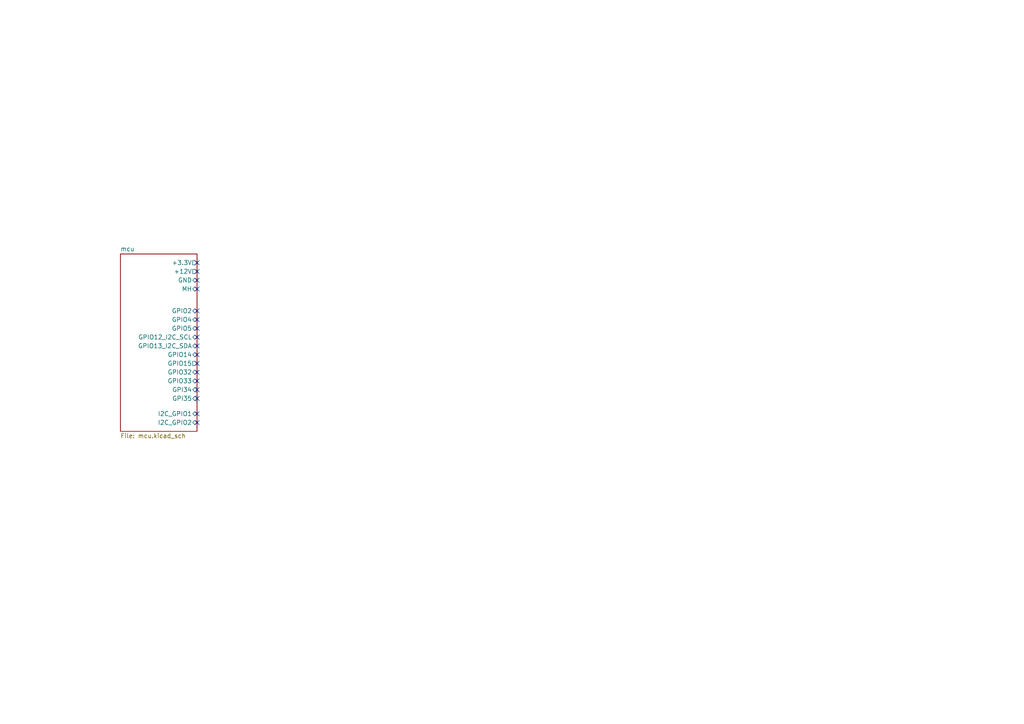
<source format=kicad_sch>
(kicad_sch (version 20230121) (generator eeschema)
  (paper "A4")
  (lib_symbols)
  (no_connect (at 57.15 95.25))
  (no_connect (at 57.15 107.95))
  (no_connect (at 57.15 110.49))
  (no_connect (at 57.15 113.03))
  (no_connect (at 57.15 115.57))
  (no_connect (at 57.15 97.79))
  (no_connect (at 57.15 100.33))
  (no_connect (at 57.15 102.87))
  (no_connect (at 57.15 105.41))
  (no_connect (at 57.15 90.17))
  (no_connect (at 57.15 78.74))
  (no_connect (at 57.15 81.28))
  (no_connect (at 57.15 122.555))
  (no_connect (at 57.15 76.2))
  (no_connect (at 57.15 92.71))
  (no_connect (at 57.15 83.82))
  (no_connect (at 57.15 120.015))
  (sheet (at 34.925 73.66) (size 22.225 51.435)
    (property "Sheetname" "mcu" (at 34.925 72.9484 0) (effects (justify left bottom)))
    (property "Sheetfile" "mcu.kicad_sch" (at 34.925 125.6796 0) (effects (justify left top)))
    (pin "GPIO2" bidirectional (at 57.15 90.17 0))
    (pin "GPIO13_I2C_SDA" bidirectional (at 57.15 100.33 0))
    (pin "GPIO14" bidirectional (at 57.15 102.87 0))
    (pin "GPIO15" output (at 57.15 105.41 0))
    (pin "GPIO32" bidirectional (at 57.15 107.95 0))
    (pin "+12V" output (at 57.15 78.74 0))
    (pin "+3.3V" output (at 57.15 76.2 0))
    (pin "GND" bidirectional (at 57.15 81.28 0))
    (pin "GPI34" input (at 57.15 113.03 0))
    (pin "GPI35" input (at 57.15 115.57 0))
    (pin "GPIO33" bidirectional (at 57.15 110.49 0))
    (pin "GPIO12_I2C_SCL" bidirectional (at 57.15 97.79 0))
    (pin "MH" bidirectional (at 57.15 83.82 0))
    (pin "GPIO5" bidirectional (at 57.15 95.25 0))
    (pin "GPIO4" bidirectional (at 57.15 92.71 0))
    (pin "I2C_GPIO2" bidirectional (at 57.15 122.555 0))
    (pin "I2C_GPIO1" bidirectional (at 57.15 120.015 0))
  )
)
</source>
